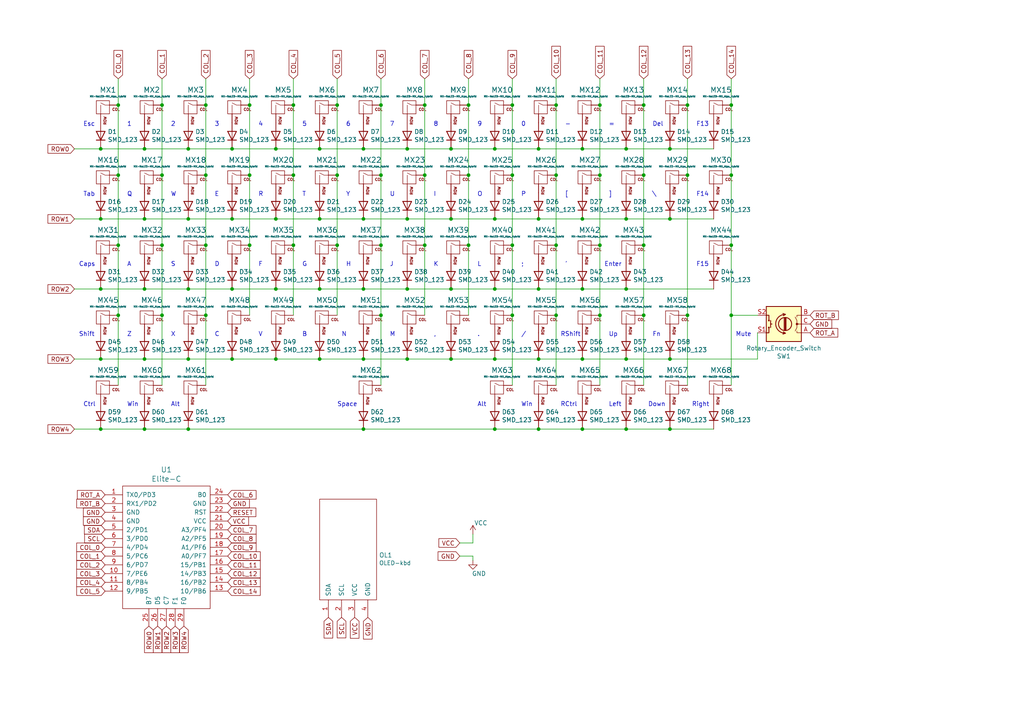
<source format=kicad_sch>
(kicad_sch (version 20211123) (generator eeschema)
  (paper "A4")
  (junction (at 34.29 50.8))
  (junction (at 173.99 71.12))
  (junction (at 186.69 91.44))
  (junction (at 80.01 63.5))
  (junction (at 46.99 30.48))
  (junction (at 41.91 63.5))
  (junction (at 148.59 30.48))
  (junction (at 148.59 50.8))
  (junction (at 130.81 83.82))
  (junction (at 97.79 30.48))
  (junction (at 59.69 50.8))
  (junction (at 148.59 71.12))
  (junction (at 105.41 104.14))
  (junction (at 135.89 50.8))
  (junction (at 41.91 124.46))
  (junction (at 143.51 63.5))
  (junction (at 72.39 30.48))
  (junction (at 156.21 124.46))
  (junction (at 186.69 50.8))
  (junction (at 118.11 104.14))
  (junction (at 181.61 104.14))
  (junction (at 194.31 124.46))
  (junction (at 194.31 63.5))
  (junction (at 173.99 91.44))
  (junction (at 123.19 50.8))
  (junction (at 29.21 124.46))
  (junction (at 135.89 30.48))
  (junction (at 118.11 43.18))
  (junction (at 110.49 30.48))
  (junction (at 212.09 50.8))
  (junction (at 194.31 104.14))
  (junction (at 181.61 83.82))
  (junction (at 130.81 63.5))
  (junction (at 29.21 63.5))
  (junction (at 181.61 63.5))
  (junction (at 161.29 30.48))
  (junction (at 181.61 43.18))
  (junction (at 173.99 50.8))
  (junction (at 212.09 91.44))
  (junction (at 41.91 43.18))
  (junction (at 80.01 104.14))
  (junction (at 168.91 43.18))
  (junction (at 67.31 63.5))
  (junction (at 199.39 30.48))
  (junction (at 59.69 71.12))
  (junction (at 110.49 71.12))
  (junction (at 54.61 104.14))
  (junction (at 148.59 91.44))
  (junction (at 135.89 71.12))
  (junction (at 46.99 71.12))
  (junction (at 168.91 63.5))
  (junction (at 92.71 104.14))
  (junction (at 72.39 50.8))
  (junction (at 34.29 71.12))
  (junction (at 168.91 124.46))
  (junction (at 54.61 83.82))
  (junction (at 110.49 50.8))
  (junction (at 85.09 30.48))
  (junction (at 161.29 71.12))
  (junction (at 67.31 83.82))
  (junction (at 118.11 83.82))
  (junction (at 67.31 43.18))
  (junction (at 92.71 83.82))
  (junction (at 105.41 63.5))
  (junction (at 186.69 30.48))
  (junction (at 85.09 71.12))
  (junction (at 123.19 71.12))
  (junction (at 130.81 43.18))
  (junction (at 156.21 63.5))
  (junction (at 199.39 91.44))
  (junction (at 72.39 71.12))
  (junction (at 54.61 124.46))
  (junction (at 212.09 30.48))
  (junction (at 156.21 83.82))
  (junction (at 199.39 50.8))
  (junction (at 92.71 43.18))
  (junction (at 54.61 63.5))
  (junction (at 110.49 91.44))
  (junction (at 118.11 63.5))
  (junction (at 105.41 124.46))
  (junction (at 29.21 83.82))
  (junction (at 143.51 43.18))
  (junction (at 181.61 124.46))
  (junction (at 123.19 30.48))
  (junction (at 41.91 104.14))
  (junction (at 97.79 71.12))
  (junction (at 168.91 104.14))
  (junction (at 80.01 83.82))
  (junction (at 156.21 104.14))
  (junction (at 34.29 91.44))
  (junction (at 46.99 50.8))
  (junction (at 194.31 43.18))
  (junction (at 67.31 104.14))
  (junction (at 161.29 91.44))
  (junction (at 173.99 30.48))
  (junction (at 105.41 43.18))
  (junction (at 34.29 30.48))
  (junction (at 156.21 43.18))
  (junction (at 130.81 104.14))
  (junction (at 168.91 83.82))
  (junction (at 161.29 50.8))
  (junction (at 80.01 43.18))
  (junction (at 143.51 83.82))
  (junction (at 29.21 104.14))
  (junction (at 143.51 124.46))
  (junction (at 85.09 50.8))
  (junction (at 92.71 63.5))
  (junction (at 29.21 43.18))
  (junction (at 186.69 71.12))
  (junction (at 59.69 30.48))
  (junction (at 212.09 71.12))
  (junction (at 105.41 83.82))
  (junction (at 54.61 43.18))
  (junction (at 41.91 83.82))
  (junction (at 143.51 104.14))
  (junction (at 46.99 91.44))
  (junction (at 59.69 91.44))
  (junction (at 97.79 50.8))
  (wire (pts (xy 143.51 104.14) (xy 156.21 104.14)))
  (wire (pts (xy 161.29 30.48) (xy 161.29 22.86)))
  (wire (pts (xy 135.89 30.48) (xy 135.89 22.86)))
  (wire (pts (xy 67.31 83.82) (xy 80.01 83.82)))
  (wire (pts (xy 97.79 71.12) (xy 97.79 91.44)))
  (wire (pts (xy 92.71 43.18) (xy 105.41 43.18)))
  (wire (pts (xy 59.69 30.48) (xy 59.69 22.86)))
  (wire (pts (xy 72.39 30.48) (xy 72.39 50.8)))
  (wire (pts (xy 123.19 30.48) (xy 123.19 22.86)))
  (wire (pts (xy 97.79 30.48) (xy 97.79 22.86)))
  (wire (pts (xy 137.16 157.48) (xy 137.16 154.94)))
  (wire (pts (xy 110.49 91.44) (xy 110.49 111.76)))
  (wire (pts (xy 186.69 30.48) (xy 186.69 22.86)))
  (wire (pts (xy 181.61 63.5) (xy 168.91 63.5)))
  (wire (pts (xy 135.89 91.44) (xy 135.89 71.12)))
  (wire (pts (xy 34.29 30.48) (xy 34.29 50.8)))
  (wire (pts (xy 148.59 50.8) (xy 148.59 71.12)))
  (wire (pts (xy 186.69 91.44) (xy 186.69 71.12)))
  (wire (pts (xy 85.09 50.8) (xy 85.09 30.48)))
  (wire (pts (xy 143.51 63.5) (xy 130.81 63.5)))
  (wire (pts (xy 173.99 50.8) (xy 173.99 71.12)))
  (wire (pts (xy 156.21 43.18) (xy 168.91 43.18)))
  (wire (pts (xy 130.81 43.18) (xy 143.51 43.18)))
  (wire (pts (xy 85.09 71.12) (xy 85.09 50.8)))
  (wire (pts (xy 173.99 30.48) (xy 173.99 22.86)))
  (wire (pts (xy 72.39 71.12) (xy 72.39 91.44)))
  (wire (pts (xy 29.21 83.82) (xy 41.91 83.82)))
  (wire (pts (xy 46.99 91.44) (xy 46.99 111.76)))
  (wire (pts (xy 54.61 124.46) (xy 105.41 124.46)))
  (wire (pts (xy 194.31 124.46) (xy 207.01 124.46)))
  (wire (pts (xy 80.01 43.18) (xy 92.71 43.18)))
  (wire (pts (xy 212.09 30.48) (xy 212.09 22.86)))
  (wire (pts (xy 29.21 124.46) (xy 41.91 124.46)))
  (wire (pts (xy 207.01 63.5) (xy 194.31 63.5)))
  (wire (pts (xy 29.21 43.18) (xy 21.59 43.18)))
  (wire (pts (xy 212.09 91.44) (xy 219.71 91.44)))
  (wire (pts (xy 46.99 30.48) (xy 46.99 22.86)))
  (wire (pts (xy 168.91 83.82) (xy 181.61 83.82)))
  (wire (pts (xy 92.71 83.82) (xy 105.41 83.82)))
  (wire (pts (xy 29.21 83.82) (xy 21.59 83.82)))
  (wire (pts (xy 67.31 104.14) (xy 80.01 104.14)))
  (wire (pts (xy 212.09 71.12) (xy 212.09 91.44)))
  (wire (pts (xy 168.91 43.18) (xy 181.61 43.18)))
  (wire (pts (xy 156.21 63.5) (xy 143.51 63.5)))
  (wire (pts (xy 194.31 104.14) (xy 219.71 104.14)))
  (wire (pts (xy 29.21 104.14) (xy 41.91 104.14)))
  (wire (pts (xy 29.21 104.14) (xy 21.59 104.14)))
  (wire (pts (xy 72.39 30.48) (xy 72.39 22.86)))
  (wire (pts (xy 186.69 50.8) (xy 186.69 30.48)))
  (wire (pts (xy 41.91 83.82) (xy 54.61 83.82)))
  (wire (pts (xy 199.39 91.44) (xy 199.39 111.76)))
  (wire (pts (xy 54.61 43.18) (xy 67.31 43.18)))
  (wire (pts (xy 110.49 30.48) (xy 110.49 22.86)))
  (wire (pts (xy 41.91 63.5) (xy 29.21 63.5)))
  (wire (pts (xy 181.61 104.14) (xy 194.31 104.14)))
  (wire (pts (xy 34.29 30.48) (xy 34.29 22.86)))
  (wire (pts (xy 148.59 30.48) (xy 148.59 22.86)))
  (wire (pts (xy 148.59 71.12) (xy 148.59 91.44)))
  (wire (pts (xy 54.61 104.14) (xy 67.31 104.14)))
  (wire (pts (xy 29.21 43.18) (xy 41.91 43.18)))
  (wire (pts (xy 212.09 50.8) (xy 212.09 30.48)))
  (wire (pts (xy 85.09 91.44) (xy 85.09 71.12)))
  (wire (pts (xy 199.39 50.8) (xy 199.39 91.44)))
  (wire (pts (xy 212.09 91.44) (xy 212.09 111.76)))
  (wire (pts (xy 41.91 124.46) (xy 54.61 124.46)))
  (wire (pts (xy 118.11 43.18) (xy 130.81 43.18)))
  (wire (pts (xy 168.91 124.46) (xy 181.61 124.46)))
  (wire (pts (xy 29.21 63.5) (xy 21.59 63.5)))
  (wire (pts (xy 148.59 91.44) (xy 148.59 111.76)))
  (wire (pts (xy 156.21 124.46) (xy 168.91 124.46)))
  (wire (pts (xy 110.49 50.8) (xy 110.49 30.48)))
  (wire (pts (xy 59.69 71.12) (xy 59.69 50.8)))
  (wire (pts (xy 41.91 104.14) (xy 54.61 104.14)))
  (wire (pts (xy 105.41 83.82) (xy 118.11 83.82)))
  (wire (pts (xy 123.19 50.8) (xy 123.19 71.12)))
  (wire (pts (xy 194.31 43.18) (xy 207.01 43.18)))
  (wire (pts (xy 46.99 30.48) (xy 46.99 50.8)))
  (wire (pts (xy 59.69 50.8) (xy 59.69 30.48)))
  (wire (pts (xy 118.11 63.5) (xy 105.41 63.5)))
  (wire (pts (xy 156.21 104.14) (xy 168.91 104.14)))
  (wire (pts (xy 105.41 63.5) (xy 92.71 63.5)))
  (wire (pts (xy 133.35 161.29) (xy 137.16 161.29)))
  (wire (pts (xy 219.71 104.14) (xy 219.71 96.52)))
  (wire (pts (xy 110.49 71.12) (xy 110.49 50.8)))
  (wire (pts (xy 34.29 71.12) (xy 34.29 91.44)))
  (wire (pts (xy 59.69 91.44) (xy 59.69 71.12)))
  (wire (pts (xy 80.01 104.14) (xy 92.71 104.14)))
  (wire (pts (xy 54.61 63.5) (xy 41.91 63.5)))
  (wire (pts (xy 135.89 50.8) (xy 135.89 30.48)))
  (wire (pts (xy 168.91 63.5) (xy 156.21 63.5)))
  (wire (pts (xy 105.41 124.46) (xy 143.51 124.46)))
  (wire (pts (xy 34.29 91.44) (xy 34.29 111.76)))
  (wire (pts (xy 173.99 71.12) (xy 173.99 91.44)))
  (wire (pts (xy 181.61 124.46) (xy 194.31 124.46)))
  (wire (pts (xy 130.81 83.82) (xy 143.51 83.82)))
  (wire (pts (xy 137.16 161.29) (xy 137.16 162.56)))
  (wire (pts (xy 105.41 43.18) (xy 118.11 43.18)))
  (wire (pts (xy 118.11 104.14) (xy 130.81 104.14)))
  (wire (pts (xy 173.99 91.44) (xy 173.99 111.76)))
  (wire (pts (xy 135.89 71.12) (xy 135.89 50.8)))
  (wire (pts (xy 194.31 63.5) (xy 181.61 63.5)))
  (wire (pts (xy 123.19 30.48) (xy 123.19 50.8)))
  (wire (pts (xy 41.91 43.18) (xy 54.61 43.18)))
  (wire (pts (xy 92.71 63.5) (xy 80.01 63.5)))
  (wire (pts (xy 173.99 30.48) (xy 173.99 50.8)))
  (wire (pts (xy 199.39 30.48) (xy 199.39 50.8)))
  (wire (pts (xy 143.51 83.82) (xy 156.21 83.82)))
  (wire (pts (xy 199.39 30.48) (xy 199.39 22.86)))
  (wire (pts (xy 186.69 111.76) (xy 186.69 91.44)))
  (wire (pts (xy 186.69 71.12) (xy 186.69 50.8)))
  (wire (pts (xy 161.29 50.8) (xy 161.29 30.48)))
  (wire (pts (xy 110.49 91.44) (xy 110.49 71.12)))
  (wire (pts (xy 123.19 71.12) (xy 123.19 91.44)))
  (wire (pts (xy 67.31 63.5) (xy 54.61 63.5)))
  (wire (pts (xy 168.91 104.14) (xy 181.61 104.14)))
  (wire (pts (xy 156.21 83.82) (xy 168.91 83.82)))
  (wire (pts (xy 46.99 50.8) (xy 46.99 71.12)))
  (wire (pts (xy 212.09 50.8) (xy 212.09 71.12)))
  (wire (pts (xy 80.01 83.82) (xy 92.71 83.82)))
  (wire (pts (xy 148.59 30.48) (xy 148.59 50.8)))
  (wire (pts (xy 34.29 50.8) (xy 34.29 71.12)))
  (wire (pts (xy 29.21 124.46) (xy 21.59 124.46)))
  (wire (pts (xy 181.61 43.18) (xy 194.31 43.18)))
  (wire (pts (xy 118.11 83.82) (xy 130.81 83.82)))
  (wire (pts (xy 161.29 111.76) (xy 161.29 91.44)))
  (wire (pts (xy 161.29 91.44) (xy 161.29 71.12)))
  (wire (pts (xy 97.79 50.8) (xy 97.79 71.12)))
  (wire (pts (xy 143.51 124.46) (xy 156.21 124.46)))
  (wire (pts (xy 67.31 43.18) (xy 80.01 43.18)))
  (wire (pts (xy 85.09 30.48) (xy 85.09 22.86)))
  (wire (pts (xy 133.35 157.48) (xy 137.16 157.48)))
  (wire (pts (xy 130.81 63.5) (xy 118.11 63.5)))
  (wire (pts (xy 97.79 30.48) (xy 97.79 50.8)))
  (wire (pts (xy 59.69 111.76) (xy 59.69 91.44)))
  (wire (pts (xy 130.81 104.14) (xy 143.51 104.14)))
  (wire (pts (xy 105.41 104.14) (xy 118.11 104.14)))
  (wire (pts (xy 181.61 83.82) (xy 207.01 83.82)))
  (wire (pts (xy 72.39 50.8) (xy 72.39 71.12)))
  (wire (pts (xy 80.01 63.5) (xy 67.31 63.5)))
  (wire (pts (xy 161.29 71.12) (xy 161.29 50.8)))
  (wire (pts (xy 46.99 71.12) (xy 46.99 91.44)))
  (wire (pts (xy 54.61 83.82) (xy 67.31 83.82)))
  (wire (pts (xy 143.51 43.18) (xy 156.21 43.18)))
  (wire (pts (xy 92.71 104.14) (xy 105.41 104.14)))
  (text "X" (at 49.53 97.79 0) (effects (font (size 1.27 1.27)) (justify left bottom)))
  (text "V" (at 74.93 97.79 0) (effects (font (size 1.27 1.27)) (justify left bottom)))
  (text "Fn" (at 189.23 97.79 0) (effects (font (size 1.27 1.27)) (justify left bottom)))
  (text "8" (at 125.73 36.83 0) (effects (font (size 1.27 1.27)) (justify left bottom)))
  (text "Left" (at 176.53 118.11 0) (effects (font (size 1.27 1.27)) (justify left bottom)))
  (text "Del" (at 189.23 36.83 0) (effects (font (size 1.27 1.27)) (justify left bottom)))
  (text "Space" (at 97.79 118.11 0) (effects (font (size 1.27 1.27)) (justify left bottom)))
  (text "Enter" (at 175.26 77.47 0) (effects (font (size 1.27 1.27)) (justify left bottom)))
  (text "\\" (at 189.23 57.15 0) (effects (font (size 1.27 1.27)) (justify left bottom)))
  (text "Alt" (at 49.53 118.11 0) (effects (font (size 1.27 1.27)) (justify left bottom)))
  (text "RCtrl" (at 162.56 118.11 0) (effects (font (size 1.27 1.27)) (justify left bottom)))
  (text "=" (at 176.53 36.83 0) (effects (font (size 1.27 1.27)) (justify left bottom)))
  (text "N" (at 99.06 97.79 0) (effects (font (size 1.27 1.27)) (justify left bottom)))
  (text "1" (at 36.83 36.83 0) (effects (font (size 1.27 1.27)) (justify left bottom)))
  (text "F" (at 74.93 77.47 0) (effects (font (size 1.27 1.27)) (justify left bottom)))
  (text "D" (at 62.23 77.47 0) (effects (font (size 1.27 1.27)) (justify left bottom)))
  (text "[" (at 163.83 57.15 0) (effects (font (size 1.27 1.27)) (justify left bottom)))
  (text "Up" (at 176.53 97.79 0) (effects (font (size 1.27 1.27)) (justify left bottom)))
  (text "W" (at 49.53 57.15 0) (effects (font (size 1.27 1.27)) (justify left bottom)))
  (text "E" (at 62.23 57.15 0) (effects (font (size 1.27 1.27)) (justify left bottom)))
  (text "Mute" (at 213.36 97.79 0) (effects (font (size 1.27 1.27)) (justify left bottom)))
  (text "Ctrl" (at 24.13 118.11 0) (effects (font (size 1.27 1.27)) (justify left bottom)))
  (text "T" (at 87.63 57.15 0) (effects (font (size 1.27 1.27)) (justify left bottom)))
  (text "Caps" (at 22.86 77.47 0) (effects (font (size 1.27 1.27)) (justify left bottom)))
  (text "'" (at 163.83 77.47 0) (effects (font (size 1.27 1.27)) (justify left bottom)))
  (text "0" (at 151.13 36.83 0) (effects (font (size 1.27 1.27)) (justify left bottom)))
  (text "." (at 138.43 97.79 0) (effects (font (size 1.27 1.27)) (justify left bottom)))
  (text "]" (at 176.53 57.15 0) (effects (font (size 1.27 1.27)) (justify left bottom)))
  (text "U" (at 113.03 57.15 0) (effects (font (size 1.27 1.27)) (justify left bottom)))
  (text "Shift" (at 22.86 97.79 0) (effects (font (size 1.27 1.27)) (justify left bottom)))
  (text "H" (at 100.33 77.47 0) (effects (font (size 1.27 1.27)) (justify left bottom)))
  (text "7" (at 113.03 36.83 0) (effects (font (size 1.27 1.27)) (justify left bottom)))
  (text "3" (at 62.23 36.83 0) (effects (font (size 1.27 1.27)) (justify left bottom)))
  (text "6" (at 100.33 36.83 0) (effects (font (size 1.27 1.27)) (justify left bottom)))
  (text "R" (at 74.93 57.15 0) (effects (font (size 1.27 1.27)) (justify left bottom)))
  (text "O" (at 138.43 57.15 0) (effects (font (size 1.27 1.27)) (justify left bottom)))
  (text "S" (at 49.53 77.47 0) (effects (font (size 1.27 1.27)) (justify left bottom)))
  (text "," (at 125.73 97.79 0) (effects (font (size 1.27 1.27)) (justify left bottom)))
  (text "P" (at 151.13 57.15 0) (effects (font (size 1.27 1.27)) (justify left bottom)))
  (text "G" (at 87.63 77.47 0) (effects (font (size 1.27 1.27)) (justify left bottom)))
  (text "F13" (at 201.93 36.83 0) (effects (font (size 1.27 1.27)) (justify left bottom)))
  (text "K" (at 125.73 77.47 0) (effects (font (size 1.27 1.27)) (justify left bottom)))
  (text "Down" (at 187.96 118.11 0) (effects (font (size 1.27 1.27)) (justify left bottom)))
  (text "Esc" (at 24.13 36.83 0) (effects (font (size 1.27 1.27)) (justify left bottom)))
  (text "F14" (at 201.93 57.15 0) (effects (font (size 1.27 1.27)) (justify left bottom)))
  (text "A" (at 36.83 77.47 0) (effects (font (size 1.27 1.27)) (justify left bottom)))
  (text "Y" (at 100.33 57.15 0) (effects (font (size 1.27 1.27)) (justify left bottom)))
  (text "9" (at 138.43 36.83 0) (effects (font (size 1.27 1.27)) (justify left bottom)))
  (text "Win" (at 151.13 118.11 0) (effects (font (size 1.27 1.27)) (justify left bottom)))
  (text "4" (at 74.93 36.83 0) (effects (font (size 1.27 1.27)) (justify left bottom)))
  (text "F15" (at 201.93 77.47 0) (effects (font (size 1.27 1.27)) (justify left bottom)))
  (text "M" (at 113.03 97.79 0) (effects (font (size 1.27 1.27)) (justify left bottom)))
  (text "Win" (at 36.83 118.11 0) (effects (font (size 1.27 1.27)) (justify left bottom)))
  (text "I" (at 125.73 57.15 0) (effects (font (size 1.27 1.27)) (justify left bottom)))
  (text "J" (at 113.03 77.47 0) (effects (font (size 1.27 1.27)) (justify left bottom)))
  (text "5" (at 87.63 36.83 0) (effects (font (size 1.27 1.27)) (justify left bottom)))
  (text ";" (at 151.13 77.47 0) (effects (font (size 1.27 1.27)) (justify left bottom)))
  (text "RShift\n" (at 162.56 97.79 0) (effects (font (size 1.27 1.27)) (justify left bottom)))
  (text "L" (at 138.43 77.47 0) (effects (font (size 1.27 1.27)) (justify left bottom)))
  (text "Tab" (at 24.13 57.15 0) (effects (font (size 1.27 1.27)) (justify left bottom)))
  (text "2" (at 49.53 36.83 0) (effects (font (size 1.27 1.27)) (justify left bottom)))
  (text "Right" (at 200.66 118.11 0) (effects (font (size 1.27 1.27)) (justify left bottom)))
  (text "-" (at 163.83 36.83 0) (effects (font (size 1.27 1.27)) (justify left bottom)))
  (text "C" (at 62.23 97.79 0) (effects (font (size 1.27 1.27)) (justify left bottom)))
  (text "Q" (at 36.83 57.15 0) (effects (font (size 1.27 1.27)) (justify left bottom)))
  (text "B" (at 87.63 97.79 0) (effects (font (size 1.27 1.27)) (justify left bottom)))
  (text "Z" (at 36.83 97.79 0) (effects (font (size 1.27 1.27)) (justify left bottom)))
  (text "Alt" (at 138.43 118.11 0) (effects (font (size 1.27 1.27)) (justify left bottom)))
  (text "/" (at 151.13 97.79 0) (effects (font (size 1.27 1.27)) (justify left bottom)))
  (global_label "COL_10" (shape input) (at 161.29 22.86 90) (property "Intersheet References" "${INTERSHEET_REFS}" (effects hide)))
  (global_label "GND" (shape input) (at 30.48 151.13 180) (property "Intersheet References" "${INTERSHEET_REFS}" (effects hide)))
  (global_label "ROW0" (shape input) (at 43.18 181.61 270) (property "Intersheet References" "${INTERSHEET_REFS}" (effects hide)))
  (global_label "SCL" (shape input) (at 99.06 179.07 270) (property "Intersheet References" "${INTERSHEET_REFS}" (effects hide)))
  (global_label "ROT_B" (shape input) (at 234.95 91.44 0) (property "Intersheet References" "${INTERSHEET_REFS}" (effects hide)))
  (global_label "COL_5" (shape input) (at 30.48 171.45 180) (property "Intersheet References" "${INTERSHEET_REFS}" (effects hide)))
  (global_label "SDA" (shape input) (at 95.25 179.07 270) (property "Intersheet References" "${INTERSHEET_REFS}" (effects hide)))
  (global_label "GND" (shape input) (at 234.95 93.98 0) (property "Intersheet References" "${INTERSHEET_REFS}" (effects hide)))
  (global_label "COL_3" (shape input) (at 72.39 22.86 90) (property "Intersheet References" "${INTERSHEET_REFS}" (effects hide)))
  (global_label "VCC" (shape input) (at 102.87 179.07 270) (property "Intersheet References" "${INTERSHEET_REFS}" (effects hide)))
  (global_label "COL_11" (shape input) (at 66.04 163.83 0) (property "Intersheet References" "${INTERSHEET_REFS}" (effects hide)))
  (global_label "COL_12" (shape input) (at 66.04 166.37 0) (property "Intersheet References" "${INTERSHEET_REFS}" (effects hide)))
  (global_label "COL_5" (shape input) (at 97.79 22.86 90) (property "Intersheet References" "${INTERSHEET_REFS}" (effects hide)))
  (global_label "COL_0" (shape input) (at 30.48 158.75 180) (property "Intersheet References" "${INTERSHEET_REFS}" (effects hide)))
  (global_label "ROT_B" (shape input) (at 30.48 146.05 180) (property "Intersheet References" "${INTERSHEET_REFS}" (effects hide)))
  (global_label "COL_9" (shape input) (at 66.04 158.75 0) (property "Intersheet References" "${INTERSHEET_REFS}" (effects hide)))
  (global_label "SCL" (shape input) (at 30.48 156.21 180) (property "Intersheet References" "${INTERSHEET_REFS}" (effects hide)))
  (global_label "COL_4" (shape input) (at 85.09 22.86 90) (property "Intersheet References" "${INTERSHEET_REFS}" (effects hide)))
  (global_label "COL_7" (shape input) (at 123.19 22.86 90) (property "Intersheet References" "${INTERSHEET_REFS}" (effects hide)))
  (global_label "COL_6" (shape input) (at 110.49 22.86 90) (property "Intersheet References" "${INTERSHEET_REFS}" (effects hide)))
  (global_label "ROW4" (shape input) (at 21.59 124.46 180) (property "Intersheet References" "${INTERSHEET_REFS}" (effects hide)))
  (global_label "ROW1" (shape input) (at 21.59 63.5 180) (property "Intersheet References" "${INTERSHEET_REFS}" (effects hide)))
  (global_label "COL_13" (shape input) (at 66.04 168.91 0) (property "Intersheet References" "${INTERSHEET_REFS}" (effects hide)))
  (global_label "GND" (shape input) (at 66.04 146.05 0) (property "Intersheet References" "${INTERSHEET_REFS}" (effects hide)))
  (global_label "COL_1" (shape input) (at 30.48 161.29 180) (property "Intersheet References" "${INTERSHEET_REFS}" (effects hide)))
  (global_label "COL_12" (shape input) (at 186.69 22.86 90) (property "Intersheet References" "${INTERSHEET_REFS}" (effects hide)))
  (global_label "COL_11" (shape input) (at 173.99 22.86 90) (property "Intersheet References" "${INTERSHEET_REFS}" (effects hide)))
  (global_label "ROW4" (shape input) (at 53.34 181.61 270) (property "Intersheet References" "${INTERSHEET_REFS}" (effects hide)))
  (global_label "VCC" (shape input) (at 66.04 151.13 0) (property "Intersheet References" "${INTERSHEET_REFS}" (effects hide)))
  (global_label "COL_7" (shape input) (at 66.04 153.67 0) (property "Intersheet References" "${INTERSHEET_REFS}" (effects hide)))
  (global_label "ROW2" (shape input) (at 21.59 83.82 180) (property "Intersheet References" "${INTERSHEET_REFS}" (effects hide)))
  (global_label "COL_3" (shape input) (at 30.48 166.37 180) (property "Intersheet References" "${INTERSHEET_REFS}" (effects hide)))
  (global_label "ROW0" (shape input) (at 21.59 43.18 180) (property "Intersheet References" "${INTERSHEET_REFS}" (effects hide)))
  (global_label "ROT_A" (shape input) (at 30.48 143.51 180) (property "Intersheet References" "${INTERSHEET_REFS}" (effects hide)))
  (global_label "COL_4" (shape input) (at 30.48 168.91 180) (property "Intersheet References" "${INTERSHEET_REFS}" (effects hide)))
  (global_label "GND" (shape input) (at 133.35 161.29 180) (property "Intersheet References" "${INTERSHEET_REFS}" (effects hide)))
  (global_label "ROW2" (shape input) (at 48.26 181.61 270) (property "Intersheet References" "${INTERSHEET_REFS}" (effects hide)))
  (global_label "ROW3" (shape input) (at 21.59 104.14 180) (property "Intersheet References" "${INTERSHEET_REFS}" (effects hide)))
  (global_label "COL_8" (shape input) (at 66.04 156.21 0) (property "Intersheet References" "${INTERSHEET_REFS}" (effects hide)))
  (global_label "COL_13" (shape input) (at 199.39 22.86 90) (property "Intersheet References" "${INTERSHEET_REFS}" (effects hide)))
  (global_label "COL_2" (shape input) (at 30.48 163.83 180) (property "Intersheet References" "${INTERSHEET_REFS}" (effects hide)))
  (global_label "COL_2" (shape input) (at 59.69 22.86 90) (property "Intersheet References" "${INTERSHEET_REFS}" (effects hide)))
  (global_label "RESET" (shape input) (at 66.04 148.59 0) (property "Intersheet References" "${INTERSHEET_REFS}" (effects hide)))
  (global_label "COL_14" (shape input) (at 66.04 171.45 0) (property "Intersheet References" "${INTERSHEET_REFS}" (effects hide)))
  (global_label "GND" (shape input) (at 30.48 148.59 180) (property "Intersheet References" "${INTERSHEET_REFS}" (effects hide)))
  (global_label "SDA" (shape input) (at 30.48 153.67 180) (property "Intersheet References" "${INTERSHEET_REFS}" (effects hide)))
  (global_label "VCC" (shape input) (at 133.35 157.48 180) (property "Intersheet References" "${INTERSHEET_REFS}" (effects hide)))
  (global_label "COL_9" (shape input) (at 148.59 22.86 90) (property "Intersheet References" "${INTERSHEET_REFS}" (effects hide)))
  (global_label "COL_0" (shape input) (at 34.29 22.86 90) (property "Intersheet References" "${INTERSHEET_REFS}" (effects hide)))
  (global_label "COL_10" (shape input) (at 66.04 161.29 0) (property "Intersheet References" "${INTERSHEET_REFS}" (effects hide)))
  (global_label "ROW3" (shape input) (at 50.8 181.61 270) (property "Intersheet References" "${INTERSHEET_REFS}" (effects hide)))
  (global_label "ROT_A" (shape input) (at 234.95 96.52 0) (property "Intersheet References" "${INTERSHEET_REFS}" (effects hide)))
  (global_label "COL_6" (shape input) (at 66.04 143.51 0) (property "Intersheet References" "${INTERSHEET_REFS}" (effects hide)))
  (global_label "ROW1" (shape input) (at 45.72 181.61 270) (property "Intersheet References" "${INTERSHEET_REFS}" (effects hide)))
  (global_label "COL_1" (shape input) (at 46.99 22.86 90) (property "Intersheet References" "${INTERSHEET_REFS}" (effects hide)))
  (global_label "COL_14" (shape input) (at 212.09 22.86 90) (property "Intersheet References" "${INTERSHEET_REFS}" (effects hide)))
  (global_label "COL_8" (shape input) (at 135.89 22.86 90) (property "Intersheet References" "${INTERSHEET_REFS}" (effects hide)))
  (global_label "GND" (shape input) (at 106.68 179.07 270) (property "Intersheet References" "${INTERSHEET_REFS}" (effects hide)))
  (symbol (lib_id "kaluza-rescue:Elite-C-keebio") (at 48.26 157.48 0) (unit 1)
    (property "Reference" "U1" (at 48.26 136.2202 0) (effects (font (size 1.524 1.524))))
    (property "Value" "Elite-C" (at 48.26 138.9126 0) (effects (font (size 1.524 1.524))))
    (property "Footprint" "Keebio Parts:Elite-C-ZigZag" (effects hide))
  )
  (symbol (lib_id "kaluza-rescue:Rotary_Encoder_Switch-Device") (at 227.33 93.98 180) (unit 1)
    (property "Reference" "SW1" (at 227.33 103.3018 0))
    (property "Value" "Rotary_Encoder_Switch" (at 227.33 100.9904 0))
    (property "Footprint" "Keebio Parts:RotaryEncoder_Alps_EC11E-Switch_Vertical_H20mm" (effects hide))
  )
  (symbol (lib_id "kaluza-rescue:OLED-kbd-KeyboardMasterList") (at 101.6 160.02 90) (unit 1)
    (property "Reference" "OL1" (at 109.9312 161.0106 90) (effects (font (size 1.2954 1.2954)) (justify right)))
    (property "Value" "OLED-kbd" (at 109.9312 163.2966 90) (effects (font (size 1.1938 1.1938)) (justify right)))
    (property "Footprint" "Keyboard Master List:OLED" (effects hide))
  )
  (symbol (lib_id "kaluza-rescue:MX-NoLED-MX_Alps_Hybrid-KeyboardMasterList") (at 30.48 31.75 0) (unit 1)
    (property "Reference" "MX1" (at 31.3182 26.0858 0) (effects (font (size 1.524 1.524))))
    (property "Value" "MX-NoLED-MX_Alps_Hybrid" (at 31.3182 27.9654 0) (effects (font (size 0.508 0.508))))
    (property "Footprint" "Keyboard Master List:MX-1U" (effects hide))
  )
  (symbol (lib_id "kaluza-rescue:MX-NoLED-MX_Alps_Hybrid-KeyboardMasterList") (at 30.48 52.07 0) (unit 1)
    (property "Reference" "MX16" (at 31.3182 46.4058 0) (effects (font (size 1.524 1.524))))
    (property "Value" "MX-NoLED-MX_Alps_Hybrid" (at 31.3182 48.2854 0) (effects (font (size 0.508 0.508))))
    (property "Footprint" "Keyboard Master List:MX-1.5U" (effects hide))
  )
  (symbol (lib_id "kaluza-rescue:MX-NoLED-MX_Alps_Hybrid-KeyboardMasterList") (at 43.18 31.75 0) (unit 1)
    (property "Reference" "MX2" (at 44.0182 26.0858 0) (effects (font (size 1.524 1.524))))
    (property "Value" "MX-NoLED-MX_Alps_Hybrid" (at 44.0182 27.9654 0) (effects (font (size 0.508 0.508))))
    (property "Footprint" "Keyboard Master List:MX-1U" (effects hide))
  )
  (symbol (lib_id "kaluza-rescue:MX-NoLED-MX_Alps_Hybrid-KeyboardMasterList") (at 43.18 52.07 0) (unit 1)
    (property "Reference" "MX17" (at 44.0182 46.4058 0) (effects (font (size 1.524 1.524))))
    (property "Value" "MX-NoLED-MX_Alps_Hybrid" (at 44.0182 48.2854 0) (effects (font (size 0.508 0.508))))
    (property "Footprint" "Keyboard Master List:MX-1U" (effects hide))
  )
  (symbol (lib_id "kaluza-rescue:MX-NoLED-MX_Alps_Hybrid-KeyboardMasterList") (at 30.48 72.39 0) (unit 1)
    (property "Reference" "MX31" (at 31.3182 66.7258 0) (effects (font (size 1.524 1.524))))
    (property "Value" "MX-NoLED-MX_Alps_Hybrid" (at 31.3182 68.6054 0) (effects (font (size 0.508 0.508))))
    (property "Footprint" "Keyboard Master List:MX-1.75U" (effects hide))
  )
  (symbol (lib_id "kaluza-rescue:MX-NoLED-MX_Alps_Hybrid-KeyboardMasterList") (at 30.48 92.71 0) (unit 1)
    (property "Reference" "MX45" (at 31.3182 87.0458 0) (effects (font (size 1.524 1.524))))
    (property "Value" "MX-NoLED-MX_Alps_Hybrid" (at 31.3182 88.9254 0) (effects (font (size 0.508 0.508))))
    (property "Footprint" "Keyboard Master List:MX-2.25U" (effects hide))
  )
  (symbol (lib_id "kaluza-rescue:MX-NoLED-MX_Alps_Hybrid-KeyboardMasterList") (at 43.18 72.39 0) (unit 1)
    (property "Reference" "MX32" (at 44.0182 66.7258 0) (effects (font (size 1.524 1.524))))
    (property "Value" "MX-NoLED-MX_Alps_Hybrid" (at 44.0182 68.6054 0) (effects (font (size 0.508 0.508))))
    (property "Footprint" "Keyboard Master List:MX-1U" (effects hide))
  )
  (symbol (lib_id "kaluza-rescue:MX-NoLED-MX_Alps_Hybrid-KeyboardMasterList") (at 43.18 92.71 0) (unit 1)
    (property "Reference" "MX46" (at 44.0182 87.0458 0) (effects (font (size 1.524 1.524))))
    (property "Value" "MX-NoLED-MX_Alps_Hybrid" (at 44.0182 88.9254 0) (effects (font (size 0.508 0.508))))
    (property "Footprint" "Keyboard Master List:MX-1U" (effects hide))
  )
  (symbol (lib_id "kaluza-rescue:MX-NoLED-MX_Alps_Hybrid-KeyboardMasterList") (at 30.48 113.03 0) (unit 1)
    (property "Reference" "MX59" (at 31.3182 107.3658 0) (effects (font (size 1.524 1.524))))
    (property "Value" "MX-NoLED-MX_Alps_Hybrid" (at 31.3182 109.2454 0) (effects (font (size 0.508 0.508))))
    (property "Footprint" "Keyboard Master List:MX-1.25U" (effects hide))
  )
  (symbol (lib_id "kaluza-rescue:MX-NoLED-MX_Alps_Hybrid-KeyboardMasterList") (at 43.18 113.03 0) (unit 1)
    (property "Reference" "MX60" (at 44.0182 107.3658 0) (effects (font (size 1.524 1.524))))
    (property "Value" "MX-NoLED-MX_Alps_Hybrid" (at 44.0182 109.2454 0) (effects (font (size 0.508 0.508))))
    (property "Footprint" "Keyboard Master List:MX-1.25U" (effects hide))
  )
  (symbol (lib_id "kaluza-rescue:MX-NoLED-MX_Alps_Hybrid-KeyboardMasterList") (at 55.88 52.07 0) (unit 1)
    (property "Reference" "MX18" (at 56.7182 46.4058 0) (effects (font (size 1.524 1.524))))
    (property "Value" "MX-NoLED-MX_Alps_Hybrid" (at 56.7182 48.2854 0) (effects (font (size 0.508 0.508))))
    (property "Footprint" "Keyboard Master List:MX-1U" (effects hide))
  )
  (symbol (lib_id "kaluza-rescue:MX-NoLED-MX_Alps_Hybrid-KeyboardMasterList") (at 68.58 31.75 0) (unit 1)
    (property "Reference" "MX4" (at 69.4182 26.0858 0) (effects (font (size 1.524 1.524))))
    (property "Value" "MX-NoLED-MX_Alps_Hybrid" (at 69.4182 27.9654 0) (effects (font (size 0.508 0.508))))
    (property "Footprint" "Keyboard Master List:MX-1U" (effects hide))
  )
  (symbol (lib_id "kaluza-rescue:MX-NoLED-MX_Alps_Hybrid-KeyboardMasterList") (at 68.58 52.07 0) (unit 1)
    (property "Reference" "MX19" (at 69.4182 46.4058 0) (effects (font (size 1.524 1.524))))
    (property "Value" "MX-NoLED-MX_Alps_Hybrid" (at 69.4182 48.2854 0) (effects (font (size 0.508 0.508))))
    (property "Footprint" "Keyboard Master List:MX-1U" (effects hide))
  )
  (symbol (lib_id "kaluza-rescue:MX-NoLED-MX_Alps_Hybrid-KeyboardMasterList") (at 55.88 72.39 0) (unit 1)
    (property "Reference" "MX33" (at 56.7182 66.7258 0) (effects (font (size 1.524 1.524))))
    (property "Value" "MX-NoLED-MX_Alps_Hybrid" (at 56.7182 68.6054 0) (effects (font (size 0.508 0.508))))
    (property "Footprint" "Keyboard Master List:MX-1U" (effects hide))
  )
  (symbol (lib_id "kaluza-rescue:MX-NoLED-MX_Alps_Hybrid-KeyboardMasterList") (at 55.88 92.71 0) (unit 1)
    (property "Reference" "MX47" (at 56.7182 87.0458 0) (effects (font (size 1.524 1.524))))
    (property "Value" "MX-NoLED-MX_Alps_Hybrid" (at 56.7182 88.9254 0) (effects (font (size 0.508 0.508))))
    (property "Footprint" "Keyboard Master List:MX-1U" (effects hide))
  )
  (symbol (lib_id "kaluza-rescue:MX-NoLED-MX_Alps_Hybrid-KeyboardMasterList") (at 68.58 72.39 0) (unit 1)
    (property "Reference" "MX34" (at 69.4182 66.7258 0) (effects (font (size 1.524 1.524))))
    (property "Value" "MX-NoLED-MX_Alps_Hybrid" (at 69.4182 68.6054 0) (effects (font (size 0.508 0.508))))
    (property "Footprint" "Keyboard Master List:MX-1U" (effects hide))
  )
  (symbol (lib_id "kaluza-rescue:MX-NoLED-MX_Alps_Hybrid-KeyboardMasterList") (at 68.58 92.71 0) (unit 1)
    (property "Reference" "MX48" (at 69.4182 87.0458 0) (effects (font (size 1.524 1.524))))
    (property "Value" "MX-NoLED-MX_Alps_Hybrid" (at 69.4182 88.9254 0) (effects (font (size 0.508 0.508))))
    (property "Footprint" "Keyboard Master List:MX-1U" (effects hide))
  )
  (symbol (lib_id "kaluza-rescue:MX-NoLED-MX_Alps_Hybrid-KeyboardMasterList") (at 55.88 113.03 0) (unit 1)
    (property "Reference" "MX61" (at 56.7182 107.3658 0) (effects (font (size 1.524 1.524))))
    (property "Value" "MX-NoLED-MX_Alps_Hybrid" (at 56.7182 109.2454 0) (effects (font (size 0.508 0.508))))
    (property "Footprint" "Keyboard Master List:MX-1.25U" (effects hide))
  )
  (symbol (lib_id "kaluza-rescue:MX-NoLED-MX_Alps_Hybrid-KeyboardMasterList") (at 55.88 31.75 0) (unit 1)
    (property "Reference" "MX3" (at 56.7182 26.0858 0) (effects (font (size 1.524 1.524))))
    (property "Value" "MX-NoLED-MX_Alps_Hybrid" (at 56.7182 27.9654 0) (effects (font (size 0.508 0.508))))
    (property "Footprint" "Keyboard Master List:MX-1U" (effects hide))
  )
  (symbol (lib_id "kaluza-rescue:MX-NoLED-MX_Alps_Hybrid-KeyboardMasterList") (at 81.28 52.07 0) (unit 1)
    (property "Reference" "MX20" (at 82.1182 46.4058 0) (effects (font (size 1.524 1.524))))
    (property "Value" "MX-NoLED-MX_Alps_Hybrid" (at 82.1182 48.2854 0) (effects (font (size 0.508 0.508))))
    (property "Footprint" "Keyboard Master List:MX-1U" (effects hide))
  )
  (symbol (lib_id "kaluza-rescue:MX-NoLED-MX_Alps_Hybrid-KeyboardMasterList") (at 93.98 31.75 0) (unit 1)
    (property "Reference" "MX6" (at 94.8182 26.0858 0) (effects (font (size 1.524 1.524))))
    (property "Value" "MX-NoLED-MX_Alps_Hybrid" (at 94.8182 27.9654 0) (effects (font (size 0.508 0.508))))
    (property "Footprint" "Keyboard Master List:MX-1U" (effects hide))
  )
  (symbol (lib_id "kaluza-rescue:MX-NoLED-MX_Alps_Hybrid-KeyboardMasterList") (at 93.98 52.07 0) (unit 1)
    (property "Reference" "MX21" (at 94.8182 46.4058 0) (effects (font (size 1.524 1.524))))
    (property "Value" "MX-NoLED-MX_Alps_Hybrid" (at 94.8182 48.2854 0) (effects (font (size 0.508 0.508))))
    (property "Footprint" "Keyboard Master List:MX-1U" (effects hide))
  )
  (symbol (lib_id "kaluza-rescue:MX-NoLED-MX_Alps_Hybrid-KeyboardMasterList") (at 81.28 72.39 0) (unit 1)
    (property "Reference" "MX35" (at 82.1182 66.7258 0) (effects (font (size 1.524 1.524))))
    (property "Value" "MX-NoLED-MX_Alps_Hybrid" (at 82.1182 68.6054 0) (effects (font (size 0.508 0.508))))
    (property "Footprint" "Keyboard Master List:MX-1U" (effects hide))
  )
  (symbol (lib_id "kaluza-rescue:MX-NoLED-MX_Alps_Hybrid-KeyboardMasterList") (at 81.28 92.71 0) (unit 1)
    (property "Reference" "MX49" (at 82.1182 87.0458 0) (effects (font (size 1.524 1.524))))
    (property "Value" "MX-NoLED-MX_Alps_Hybrid" (at 82.1182 88.9254 0) (effects (font (size 0.508 0.508))))
    (property "Footprint" "Keyboard Master List:MX-1U" (effects hide))
  )
  (symbol (lib_id "kaluza-rescue:MX-NoLED-MX_Alps_Hybrid-KeyboardMasterList") (at 93.98 72.39 0) (unit 1)
    (property "Reference" "MX36" (at 94.8182 66.7258 0) (effects (font (size 1.524 1.524))))
    (property "Value" "MX-NoLED-MX_Alps_Hybrid" (at 94.8182 68.6054 0) (effects (font (size 0.508 0.508))))
    (property "Footprint" "Keyboard Master List:MX-1U" (effects hide))
  )
  (symbol (lib_id "kaluza-rescue:MX-NoLED-MX_Alps_Hybrid-KeyboardMasterList") (at 93.98 92.71 0) (unit 1)
    (property "Reference" "MX50" (at 94.8182 87.0458 0) (effects (font (size 1.524 1.524))))
    (property "Value" "MX-NoLED-MX_Alps_Hybrid" (at 94.8182 88.9254 0) (effects (font (size 0.508 0.508))))
    (property "Footprint" "Keyboard Master List:MX-1U" (effects hide))
  )
  (symbol (lib_id "kaluza-rescue:MX-NoLED-MX_Alps_Hybrid-KeyboardMasterList") (at 81.28 31.75 0) (unit 1)
    (property "Reference" "MX5" (at 82.1182 26.0858 0) (effects (font (size 1.524 1.524))))
    (property "Value" "MX-NoLED-MX_Alps_Hybrid" (at 82.1182 27.9654 0) (effects (font (size 0.508 0.508))))
    (property "Footprint" "Keyboard Master List:MX-1U" (effects hide))
  )
  (symbol (lib_id "kaluza-rescue:MX-NoLED-MX_Alps_Hybrid-KeyboardMasterList") (at 106.68 52.07 0) (unit 1)
    (property "Reference" "MX22" (at 107.5182 46.4058 0) (effects (font (size 1.524 1.524))))
    (property "Value" "MX-NoLED-MX_Alps_Hybrid" (at 107.5182 48.2854 0) (effects (font (size 0.508 0.508))))
    (property "Footprint" "Keyboard Master List:MX-1U" (effects hide))
  )
  (symbol (lib_id "kaluza-rescue:MX-NoLED-MX_Alps_Hybrid-KeyboardMasterList") (at 119.38 31.75 0) (unit 1)
    (property "Reference" "MX8" (at 120.2182 26.0858 0) (effects (font (size 1.524 1.524))))
    (property "Value" "MX-NoLED-MX_Alps_Hybrid" (at 120.2182 27.9654 0) (effects (font (size 0.508 0.508))))
    (property "Footprint" "Keyboard Master List:MX-1U" (effects hide))
  )
  (symbol (lib_id "kaluza-rescue:MX-NoLED-MX_Alps_Hybrid-KeyboardMasterList") (at 119.38 52.07 0) (unit 1)
    (property "Reference" "MX23" (at 120.2182 46.4058 0) (effects (font (size 1.524 1.524))))
    (property "Value" "MX-NoLED-MX_Alps_Hybrid" (at 120.2182 48.2854 0) (effects (font (size 0.508 0.508))))
    (property "Footprint" "Keyboard Master List:MX-1U" (effects hide))
  )
  (symbol (lib_id "kaluza-rescue:MX-NoLED-MX_Alps_Hybrid-KeyboardMasterList") (at 106.68 72.39 0) (unit 1)
    (property "Reference" "MX37" (at 107.5182 66.7258 0) (effects (font (size 1.524 1.524))))
    (property "Value" "MX-NoLED-MX_Alps_Hybrid" (at 107.5182 68.6054 0) (effects (font (size 0.508 0.508))))
    (property "Footprint" "Keyboard Master List:MX-1U" (effects hide))
  )
  (symbol (lib_id "kaluza-rescue:MX-NoLED-MX_Alps_Hybrid-KeyboardMasterList") (at 106.68 92.71 0) (unit 1)
    (property "Reference" "MX51" (at 107.5182 87.0458 0) (effects (font (size 1.524 1.524))))
    (property "Value" "MX-NoLED-MX_Alps_Hybrid" (at 107.5182 88.9254 0) (effects (font (size 0.508 0.508))))
    (property "Footprint" "Keyboard Master List:MX-1U" (effects hide))
  )
  (symbol (lib_id "kaluza-rescue:MX-NoLED-MX_Alps_Hybrid-KeyboardMasterList") (at 119.38 72.39 0) (unit 1)
    (property "Reference" "MX38" (at 120.2182 66.7258 0) (effects (font (size 1.524 1.524))))
    (property "Value" "MX-NoLED-MX_Alps_Hybrid" (at 120.2182 68.6054 0) (effects (font (size 0.508 0.508))))
    (property "Footprint" "Keyboard Master List:MX-1U" (effects hide))
  )
  (symbol (lib_id "kaluza-rescue:MX-NoLED-MX_Alps_Hybrid-KeyboardMasterList") (at 119.38 92.71 0) (unit 1)
    (property "Reference" "MX52" (at 120.2182 87.0458 0) (effects (font (size 1.524 1.524))))
    (property "Value" "MX-NoLED-MX_Alps_Hybrid" (at 120.2182 88.9254 0) (effects (font (size 0.508 0.508))))
    (property "Footprint" "Keyboard Master List:MX-1U" (effects hide))
  )
  (symbol (lib_id "kaluza-rescue:MX-NoLED-MX_Alps_Hybrid-KeyboardMasterList") (at 106.68 113.03 0) (unit 1)
    (property "Reference" "MX62" (at 107.5182 107.3658 0) (effects (font (size 1.524 1.524))))
    (property "Value" "MX-NoLED-MX_Alps_Hybrid" (at 107.5182 109.2454 0) (effects (font (size 0.508 0.508))))
    (property "Footprint" "Keyboard Master List:MX-6.25U" (effects hide))
  )
  (symbol (lib_id "kaluza-rescue:MX-NoLED-MX_Alps_Hybrid-KeyboardMasterList") (at 106.68 31.75 0) (unit 1)
    (property "Reference" "MX7" (at 107.5182 26.0858 0) (effects (font (size 1.524 1.524))))
    (property "Value" "MX-NoLED-MX_Alps_Hybrid" (at 107.5182 27.9654 0) (effects (font (size 0.508 0.508))))
    (property "Footprint" "Keyboard Master List:MX-1U" (effects hide))
  )
  (symbol (lib_id "kaluza-rescue:MX-NoLED-MX_Alps_Hybrid-KeyboardMasterList") (at 132.08 52.07 0) (unit 1)
    (property "Reference" "MX24" (at 132.9182 46.4058 0) (effects (font (size 1.524 1.524))))
    (property "Value" "MX-NoLED-MX_Alps_Hybrid" (at 132.9182 48.2854 0) (effects (font (size 0.508 0.508))))
    (property "Footprint" "Keyboard Master List:MX-1U" (effects hide))
  )
  (symbol (lib_id "kaluza-rescue:MX-NoLED-MX_Alps_Hybrid-KeyboardMasterList") (at 144.78 31.75 0) (unit 1)
    (property "Reference" "MX10" (at 145.6182 26.0858 0) (effects (font (size 1.524 1.524))))
    (property "Value" "MX-NoLED-MX_Alps_Hybrid" (at 145.6182 27.9654 0) (effects (font (size 0.508 0.508))))
    (property "Footprint" "Keyboard Master List:MX-1U" (effects hide))
  )
  (symbol (lib_id "kaluza-rescue:MX-NoLED-MX_Alps_Hybrid-KeyboardMasterList") (at 144.78 52.07 0) (unit 1)
    (property "Reference" "MX25" (at 145.6182 46.4058 0) (effects (font (size 1.524 1.524))))
    (property "Value" "MX-NoLED-MX_Alps_Hybrid" (at 145.6182 48.2854 0) (effects (font (size 0.508 0.508))))
    (property "Footprint" "Keyboard Master List:MX-1U" (effects hide))
  )
  (symbol (lib_id "kaluza-rescue:MX-NoLED-MX_Alps_Hybrid-KeyboardMasterList") (at 132.08 72.39 0) (unit 1)
    (property "Reference" "MX39" (at 132.9182 66.7258 0) (effects (font (size 1.524 1.524))))
    (property "Value" "MX-NoLED-MX_Alps_Hybrid" (at 132.9182 68.6054 0) (effects (font (size 0.508 0.508))))
    (property "Footprint" "Keyboard Master List:MX-1U" (effects hide))
  )
  (symbol (lib_id "kaluza-rescue:MX-NoLED-MX_Alps_Hybrid-KeyboardMasterList") (at 132.08 92.71 0) (unit 1)
    (property "Reference" "MX53" (at 132.9182 87.0458 0) (effects (font (size 1.524 1.524))))
    (property "Value" "MX-NoLED-MX_Alps_Hybrid" (at 132.9182 88.9254 0) (effects (font (size 0.508 0.508))))
    (property "Footprint" "Keyboard Master List:MX-1U" (effects hide))
  )
  (symbol (lib_id "kaluza-rescue:MX-NoLED-MX_Alps_Hybrid-KeyboardMasterList") (at 144.78 72.39 0) (unit 1)
    (property "Reference" "MX40" (at 145.6182 66.7258 0) (effects (font (size 1.524 1.524))))
    (property "Value" "MX-NoLED-MX_Alps_Hybrid" (at 145.6182 68.6054 0) (effects (font (size 0.508 0.508))))
    (property "Footprint" "Keyboard Master List:MX-1U" (effects hide))
  )
  (symbol (lib_id "kaluza-rescue:MX-NoLED-MX_Alps_Hybrid-KeyboardMasterList") (at 144.78 92.71 0) (unit 1)
    (property "Reference" "MX54" (at 145.6182 87.0458 0) (effects (font (size 1.524 1.524))))
    (property "Value" "MX-NoLED-MX_Alps_Hybrid" (at 145.6182 88.9254 0) (effects (font (size 0.508 0.508))))
    (property "Footprint" "Keyboard Master List:MX-1U" (effects hide))
  )
  (symbol (lib_id "kaluza-rescue:MX-NoLED-MX_Alps_Hybrid-KeyboardMasterList") (at 144.78 113.03 0) (unit 1)
    (property "Reference" "MX63" (at 145.6182 107.3658 0) (effects (font (size 1.524 1.524))))
    (property "Value" "MX-NoLED-MX_Alps_Hybrid" (at 145.6182 109.2454 0) (effects (font (size 0.508 0.508))))
    (property "Footprint" "Keyboard Master List:MX-1U" (effects hide))
  )
  (symbol (lib_id "kaluza-rescue:MX-NoLED-MX_Alps_Hybrid-KeyboardMasterList") (at 132.08 31.75 0) (unit 1)
    (property "Reference" "MX9" (at 132.9182 26.0858 0) (effects (font (size 1.524 1.524))))
    (property "Value" "MX-NoLED-MX_Alps_Hybrid" (at 132.9182 27.9654 0) (effects (font (size 0.508 0.508))))
    (property "Footprint" "Keyboard Master List:MX-1U" (effects hide))
  )
  (symbol (lib_id "kaluza-rescue:MX-NoLED-MX_Alps_Hybrid-KeyboardMasterList") (at 157.48 52.07 0) (unit 1)
    (property "Reference" "MX26" (at 158.3182 46.4058 0) (effects (font (size 1.524 1.524))))
    (property "Value" "MX-NoLED-MX_Alps_Hybrid" (at 158.3182 48.2854 0) (effects (font (size 0.508 0.508))))
    (property "Footprint" "Keyboard Master List:MX-1U" (effects hide))
  )
  (symbol (lib_id "kaluza-rescue:MX-NoLED-MX_Alps_Hybrid-KeyboardMasterList") (at 170.18 31.75 0) (unit 1)
    (property "Reference" "MX12" (at 171.0182 26.0858 0) (effects (font (size 1.524 1.524))))
    (property "Value" "MX-NoLED-MX_Alps_Hybrid" (at 171.0182 27.9654 0) (effects (font (size 0.508 0.508))))
    (property "Footprint" "Keyboard Master List:MX-1U" (effects hide))
  )
  (symbol (lib_id "kaluza-rescue:MX-NoLED-MX_Alps_Hybrid-KeyboardMasterList") (at 170.18 52.07 0) (unit 1)
    (property "Reference" "MX27" (at 171.0182 46.4058 0) (effects (font (size 1.524 1.524))))
    (property "Value" "MX-NoLED-MX_Alps_Hybrid" (at 171.0182 48.2854 0) (effects (font (size 0.508 0.508))))
    (property "Footprint" "Keyboard Master List:MX-1U" (effects hide))
  )
  (symbol (lib_id "kaluza-rescue:MX-NoLED-MX_Alps_Hybrid-KeyboardMasterList") (at 157.48 72.39 0) (unit 1)
    (property "Reference" "MX41" (at 158.3182 66.7258 0) (effects (font (size 1.524 1.524))))
    (property "Value" "MX-NoLED-MX_Alps_Hybrid" (at 158.3182 68.6054 0) (effects (font (size 0.508 0.508))))
    (property "Footprint" "Keyboard Master List:MX-1U" (effects hide))
  )
  (symbol (lib_id "kaluza-rescue:MX-NoLED-MX_Alps_Hybrid-KeyboardMasterList") (at 157.48 92.71 0) (unit 1)
    (property "Reference" "MX55" (at 158.3182 87.0458 0) (effects (font (size 1.524 1.524))))
    (property "Value" "MX-NoLED-MX_Alps_Hybrid" (at 158.3182 88.9254 0) (effects (font (size 0.508 0.508))))
    (property "Footprint" "Keyboard Master List:MX-1U" (effects hide))
  )
  (symbol (lib_id "kaluza-rescue:MX-NoLED-MX_Alps_Hybrid-KeyboardMasterList") (at 170.18 72.39 0) (unit 1)
    (property "Reference" "MX42" (at 171.0182 66.7258 0) (effects (font (size 1.524 1.524))))
    (property "Value" "MX-NoLED-MX_Alps_Hybrid" (at 171.0182 68.6054 0) (effects (font (size 0.508 0.508))))
    (property "Footprint" "Keyboard Master List:MX-1U" (effects hide))
  )
  (symbol (lib_id "kaluza-rescue:MX-NoLED-MX_Alps_Hybrid-KeyboardMasterList") (at 170.18 92.71 0) (unit 1)
    (property "Reference" "MX56" (at 171.0182 87.0458 0) (effects (font (size 1.524 1.524))))
    (property "Value" "MX-NoLED-MX_Alps_Hybrid" (at 171.0182 88.9254 0) (effects (font (size 0.508 0.508))))
    (property "Footprint" "Keyboard Master List:MX-1.75U" (effects hide))
  )
  (symbol (lib_id "kaluza-rescue:MX-NoLED-MX_Alps_Hybrid-KeyboardMasterList") (at 157.48 113.03 0) (unit 1)
    (property "Reference" "MX64" (at 158.3182 107.3658 0) (effects (font (size 1.524 1.524))))
    (property "Value" "MX-NoLED-MX_Alps_Hybrid" (at 158.3182 109.2454 0) (effects (font (size 0.508 0.508))))
    (property "Footprint" "Keyboard Master List:MX-1U" (effects hide))
  )
  (symbol (lib_id "kaluza-rescue:MX-NoLED-MX_Alps_Hybrid-KeyboardMasterList") (at 170.18 113.03 0) (unit 1)
    (property "Reference" "MX65" (at 171.0182 107.3658 0) (effects (font (size 1.524 1.524))))
    (property "Value" "MX-NoLED-MX_Alps_Hybrid" (at 171.0182 109.2454 0) (effects (font (size 0.508 0.508))))
    (property "Footprint" "Keyboard Master List:MX-1U" (effects hide))
  )
  (symbol (lib_id "kaluza-rescue:MX-NoLED-MX_Alps_Hybrid-KeyboardMasterList") (at 157.48 31.75 0) (unit 1)
    (property "Reference" "MX11" (at 158.3182 26.0858 0) (effects (font (size 1.524 1.524))))
    (property "Value" "MX-NoLED-MX_Alps_Hybrid" (at 158.3182 27.9654 0) (effects (font (size 0.508 0.508))))
    (property "Footprint" "Keyboard Master List:MX-1U" (effects hide))
  )
  (symbol (lib_id "kaluza-rescue:MX-NoLED-MX_Alps_Hybrid-KeyboardMasterList") (at 182.88 52.07 0) (unit 1)
    (property "Reference" "MX28" (at 183.7182 46.4058 0) (effects (font (size 1.524 1.524))))
    (property "Value" "MX-NoLED-MX_Alps_Hybrid" (at 183.7182 48.2854 0) (effects (font (size 0.508 0.508))))
    (property "Footprint" "Keyboard Master List:MX-1U" (effects hide))
  )
  (symbol (lib_id "kaluza-rescue:MX-NoLED-MX_Alps_Hybrid-KeyboardMasterList") (at 195.58 31.75 0) (unit 1)
    (property "Reference" "MX14" (at 196.4182 26.0858 0) (effects (font (size 1.524 1.524))))
    (property "Value" "MX-NoLED-MX_Alps_Hybrid" (at 196.4182 27.9654 0) (effects (font (size 0.508 0.508))))
    (property "Footprint" "Keyboard Master List:MX-2U" (effects hide))
  )
  (symbol (lib_id "kaluza-rescue:MX-NoLED-MX_Alps_Hybrid-KeyboardMasterList") (at 195.58 52.07 0) (unit 1)
    (property "Reference" "MX29" (at 196.4182 46.4058 0) (effects (font (size 1.524 1.524))))
    (property "Value" "MX-NoLED-MX_Alps_Hybrid" (at 196.4182 48.2854 0) (effects (font (size 0.508 0.508))))
    (property "Footprint" "Keyboard Master List:MX-1.5U" (effects hide))
  )
  (symbol (lib_id "kaluza-rescue:MX-NoLED-MX_Alps_Hybrid-KeyboardMasterList") (at 182.88 72.39 0) (unit 1)
    (property "Reference" "MX43" (at 183.7182 66.7258 0) (effects (font (size 1.524 1.524))))
    (property "Value" "MX-NoLED-MX_Alps_Hybrid" (at 183.7182 68.6054 0) (effects (font (size 0.508 0.508))))
    (property "Footprint" "Keyboard Master List:MX-2.25U" (effects hide))
  )
  (symbol (lib_id "kaluza-rescue:MX-NoLED-MX_Alps_Hybrid-KeyboardMasterList") (at 182.88 92.71 0) (unit 1)
    (property "Reference" "MX57" (at 183.7182 87.0458 0) (effects (font (size 1.524 1.524))))
    (property "Value" "MX-NoLED-MX_Alps_Hybrid" (at 183.7182 88.9254 0) (effects (font (size 0.508 0.508))))
    (property "Footprint" "Keyboard Master List:MX-1U" (effects hide))
  )
  (symbol (lib_id "kaluza-rescue:MX-NoLED-MX_Alps_Hybrid-KeyboardMasterList") (at 195.58 92.71 0) (unit 1)
    (property "Reference" "MX58" (at 196.4182 87.0458 0) (effects (font (size 1.524 1.524))))
    (property "Value" "MX-NoLED-MX_Alps_Hybrid" (at 196.4182 88.9254 0) (effects (font (size 0.508 0.508))))
    (property "Footprint" "Keyboard Master List:MX-1U" (effects hide))
  )
  (symbol (lib_id "kaluza-rescue:MX-NoLED-MX_Alps_Hybrid-KeyboardMasterList") (at 182.88 113.03 0) (unit 1)
    (property "Reference" "MX66" (at 183.7182 107.3658 0) (effects (font (size 1.524 1.524))))
    (property "Value" "MX-NoLED-MX_Alps_Hybrid" (at 183.7182 109.2454 0) (effects (font (size 0.508 0.508))))
    (property "Footprint" "Keyboard Master List:MX-1U" (effects hide))
  )
  (symbol (lib_id "kaluza-rescue:MX-NoLED-MX_Alps_Hybrid-KeyboardMasterList") (at 195.58 113.03 0) (unit 1)
    (property "Reference" "MX67" (at 196.4182 107.3658 0) (effects (font (size 1.524 1.524))))
    (property "Value" "MX-NoLED-MX_Alps_Hybrid" (at 196.4182 109.2454 0) (effects (font (size 0.508 0.508))))
    (property "Footprint" "Keyboard Master List:MX-1U" (effects hide))
  )
  (symbol (lib_id "kaluza-rescue:MX-NoLED-MX_Alps_Hybrid-KeyboardMasterList") (at 182.88 31.75 0) (unit 1)
    (property "Reference" "MX13" (at 183.7182 26.0858 0) (effects (font (size 1.524 1.524))))
    (property "Value" "MX-NoLED-MX_Alps_Hybrid" (at 183.7182 27.9654 0) (effects (font (size 0.508 0.508))))
    (property "Footprint" "Keyboard Master List:MX-1U" (effects hide))
  )
  (symbol (lib_id "kaluza-rescue:MX-NoLED-MX_Alps_Hybrid-KeyboardMasterList") (at 208.28 52.07 0) (unit 1)
    (property "Reference" "MX30" (at 209.1182 46.4058 0) (effects (font (size 1.524 1.524))))
    (property "Value" "MX-NoLED-MX_Alps_Hybrid" (at 209.1182 48.2854 0) (effects (font (size 0.508 0.508))))
    (property "Footprint" "Keyboard Master List:MX-1U" (effects hide))
  )
  (symbol (lib_id "kaluza-rescue:MX-NoLED-MX_Alps_Hybrid-KeyboardMasterList") (at 208.28 113.03 0) (unit 1)
    (property "Reference" "MX68" (at 209.1182 107.3658 0) (effects (font (size 1.524 1.524))))
    (property "Value" "MX-NoLED-MX_Alps_Hybrid" (at 209.1182 109.2454 0) (effects (font (size 0.508 0.508))))
    (property "Footprint" "Keyboard Master List:MX-1U" (effects hide))
  )
  (symbol (lib_id "kaluza-rescue:MX-NoLED-MX_Alps_Hybrid-KeyboardMasterList") (at 208.28 31.75 0) (unit 1)
    (property "Reference" "MX15" (at 209.1182 26.0858 0) (effects (font (size 1.524 1.524))))
    (property "Value" "MX-NoLED-MX_Alps_Hybrid" (at 209.1182 27.9654 0) (effects (font (size 0.508 0.508))))
    (property "Footprint" "Keyboard Master List:MX-1U" (effects hide))
  )
  (symbol (lib_id "Device:D") (at 29.21 39.37 90) (unit 1)
    (property "Reference" "D1" (at 31.242 38.2016 90) (effects (justify right)))
    (property "Value" "SMD_123" (at 31.242 40.513 90) (effects (justify right)))
    (property "Footprint" "Keebio Parts:Diode-Hybrid-Back" (effects hide))
  )
  (symbol (lib_id "Device:D") (at 41.91 39.37 90) (unit 1)
    (property "Reference" "D2" (at 43.942 38.2016 90) (effects (justify right)))
    (property "Value" "SMD_123" (at 43.942 40.513 90) (effects (justify right)))
    (property "Footprint" "Keebio Parts:Diode-Hybrid-Back" (effects hide))
  )
  (symbol (lib_id "Device:D") (at 54.61 39.37 90) (unit 1)
    (property "Reference" "D3" (at 56.642 38.2016 90) (effects (justify right)))
    (property "Value" "SMD_123" (at 56.642 40.513 90) (effects (justify right)))
    (property "Footprint" "Keebio Parts:Diode-Hybrid-Back" (effects hide))
  )
  (symbol (lib_id "Device:D") (at 67.31 39.37 90) (unit 1)
    (property "Reference" "D4" (at 69.342 38.2016 90) (effects (justify right)))
    (property "Value" "SMD_123" (at 69.342 40.513 90) (effects (justify right)))
    (property "Footprint" "Keebio Parts:Diode-Hybrid-Back" (effects hide))
  )
  (symbol (lib_id "Device:D") (at 80.01 39.37 90) (unit 1)
    (property "Reference" "D5" (at 82.042 38.2016 90) (effects (justify right)))
    (property "Value" "SMD_123" (at 82.042 40.513 90) (effects (justify right)))
    (property "Footprint" "Keebio Parts:Diode-Hybrid-Back" (effects hide))
  )
  (symbol (lib_id "Device:D") (at 92.71 39.37 90) (unit 1)
    (property "Reference" "D6" (at 94.742 38.2016 90) (effects (justify right)))
    (property "Value" "SMD_123" (at 94.742 40.513 90) (effects (justify right)))
    (property "Footprint" "Keebio Parts:Diode-Hybrid-Back" (effects hide))
  )
  (symbol (lib_id "Device:D") (at 105.41 39.37 90) (unit 1)
    (property "Reference" "D7" (at 107.442 38.2016 90) (effects (justify right)))
    (property "Value" "SMD_123" (at 107.442 40.513 90) (effects (justify right)))
    (property "Footprint" "Keebio Parts:Diode-Hybrid-Back" (effects hide))
  )
  (symbol (lib_id "Device:D") (at 118.11 39.37 90) (unit 1)
    (property "Reference" "D8" (at 120.142 38.2016 90) (effects (justify right)))
    (property "Value" "SMD_123" (at 120.142 40.513 90) (effects (justify right)))
    (property "Footprint" "Keebio Parts:Diode-Hybrid-Back" (effects hide))
  )
  (symbol (lib_id "Device:D") (at 130.81 39.37 90) (unit 1)
    (property "Reference" "D9" (at 132.842 38.2016 90) (effects (justify right)))
    (property "Value" "SMD_123" (at 132.842 40.513 90) (effects (justify right)))
    (property "Footprint" "Keebio Parts:Diode-Hybrid-Back" (effects hide))
  )
  (symbol (lib_id "Device:D") (at 143.51 39.37 90) (unit 1)
    (property "Reference" "D10" (at 145.542 38.2016 90) (effects (justify right)))
    (property "Value" "SMD_123" (at 145.542 40.513 90) (effects (justify right)))
    (property "Footprint" "Keebio Parts:Diode-Hybrid-Back" (effects hide))
  )
  (symbol (lib_id "Device:D") (at 156.21 39.37 90) (unit 1)
    (property "Reference" "D11" (at 158.242 38.2016 90) (effects (justify right)))
    (property "Value" "SMD_123" (at 158.242 40.513 90) (effects (justify right)))
    (property "Footprint" "Keebio Parts:Diode-Hybrid-Back" (effects hide))
  )
  (symbol (lib_id "Device:D") (at 168.91 39.37 90) (unit 1)
    (property "Reference" "D12" (at 170.942 38.2016 90) (effects (justify right)))
    (property "Value" "SMD_123" (at 170.942 40.513 90) (effects (justify right)))
    (property "Footprint" "Keebio Parts:Diode-Hybrid-Back" (effects hide))
  )
  (symbol (lib_id "Device:D") (at 181.61 39.37 90) (unit 1)
    (property "Reference" "D13" (at 183.642 38.2016 90) (effects (justify right)))
    (property "Value" "SMD_123" (at 183.642 40.513 90) (effects (justify right)))
    (property "Footprint" "Keebio Parts:Diode-Hybrid-Back" (effects hide))
  )
  (symbol (lib_id "Device:D") (at 194.31 39.37 90) (unit 1)
    (property "Reference" "D14" (at 196.342 38.2016 90) (effects (justify right)))
    (property "Value" "SMD_123" (at 196.342 40.513 90) (effects (justify right)))
    (property "Footprint" "Keebio Parts:Diode-Hybrid-Back" (effects hide))
  )
  (symbol (lib_id "Device:D") (at 207.01 39.37 90) (unit 1)
    (property "Reference" "D15" (at 209.042 38.2016 90) (effects (justify right)))
    (property "Value" "SMD_123" (at 209.042 40.513 90) (effects (justify right)))
    (property "Footprint" "Keebio Parts:Diode-Hybrid-Back" (effects hide))
  )
  (symbol (lib_id "Device:D") (at 29.21 59.69 90) (unit 1)
    (property "Reference" "D16" (at 31.242 58.5216 90) (effects (justify right)))
    (property "Value" "SMD_123" (at 31.242 60.833 90) (effects (justify right)))
    (property "Footprint" "Keebio Parts:Diode-Hybrid-Back" (effects hide))
  )
  (symbol (lib_id "Device:D") (at 41.91 59.69 90) (unit 1)
    (property "Reference" "D17" (at 43.942 58.5216 90) (effects (justify right)))
    (property "Value" "SMD_123" (at 43.942 60.833 90) (effects (justify right)))
    (property "Footprint" "Keebio Parts:Diode-Hybrid-Back" (effects hide))
  )
  (symbol (lib_id "Device:D") (at 54.61 59.69 90) (unit 1)
    (property "Reference" "D18" (at 56.642 58.5216 90) (effects (justify right)))
    (property "Value" "SMD_123" (at 56.642 60.833 90) (effects (justify right)))
    (property "Footprint" "Keebio Parts:Diode-Hybrid-Back" (effects hide))
  )
  (symbol (lib_id "Device:D") (at 67.31 59.69 90) (unit 1)
    (property "Reference" "D19" (at 69.342 58.5216 90) (effects (justify right)))
    (property "Value" "SMD_123" (at 69.342 60.833 90) (effects (justify right)))
    (property "Footprint" "Keebio Parts:Diode-Hybrid-Back" (effects hide))
  )
  (symbol (lib_id "Device:D") (at 80.01 59.69 90) (unit 1)
    (property "Reference" "D20" (at 82.042 58.5216 90) (effects (justify right)))
    (property "Value" "SMD_123" (at 82.042 60.833 90) (effects (justify right)))
    (property "Footprint" "Keebio Parts:Diode-Hybrid-Back" (effects hide))
  )
  (symbol (lib_id "Device:D") (at 92.71 59.69 90) (unit 1)
    (property "Reference" "D21" (at 94.742 58.5216 90) (effects (justify right)))
    (property "Value" "SMD_123" (at 94.742 60.833 90) (effects (justify right)))
    (property "Footprint" "Keebio Parts:Diode-Hybrid-Back" (effects hide))
  )
  (symbol (lib_id "Device:D") (at 105.41 59.69 90) (unit 1)
    (property "Reference" "D22" (at 107.442 58.5216 90) (effects (justify right)))
    (property "Value" "SMD_123" (at 107.442 60.833 90) (effects (justify right)))
    (property "Footprint" "Keebio Parts:Diode-Hybrid-Back" (effects hide))
  )
  (symbol (lib_id "Device:D") (at 118.11 59.69 90) (unit 1)
    (property "Reference" "D23" (at 120.142 58.5216 90) (effects (justify right)))
    (property "Value" "SMD_123" (at 120.142 60.833 90) (effects (justify right)))
    (property "Footprint" "Keebio Parts:Diode-Hybrid-Back" (effects hide))
  )
  (symbol (lib_id "Device:D") (at 130.81 59.69 90) (unit 1)
    (property "Reference" "D24" (at 132.842 58.5216 90) (effects (justify right)))
    (property "Value" "SMD_123" (at 132.842 60.833 90) (effects (justify right)))
    (property "Footprint" "Keebio Parts:Diode-Hybrid-Back" (effects hide))
  )
  (symbol (lib_id "Device:D") (at 143.51 59.69 90) (unit 1)
    (property "Reference" "D25" (at 145.542 58.5216 90) (effects (justify right)))
    (property "Value" "SMD_123" (at 145.542 60.833 90) (effects (justify right)))
    (property "Footprint" "Keebio Parts:Diode-Hybrid-Back" (effects hide))
  )
  (symbol (lib_id "Device:D") (at 156.21 59.69 90) (unit 1)
    (property "Reference" "D26" (at 158.242 58.5216 90) (effects (justify right)))
    (property "Value" "SMD_123" (at 158.242 60.833 90) (effects (justify right)))
    (property "Footprint" "Keebio Parts:Diode-Hybrid-Back" (effects hide))
  )
  (symbol (lib_id "Device:D") (at 168.91 59.69 90) (unit 1)
    (property "Reference" "D27" (at 170.942 58.5216 90) (effects (justify right)))
    (property "Value" "SMD_123" (at 170.942 60.833 90) (effects (justify right)))
    (property "Footprint" "Keebio Parts:Diode-Hybrid-Back" (effects hide))
  )
  (symbol (lib_id "Device:D") (at 181.61 59.69 90) (unit 1)
    (property "Reference" "D28" (at 183.642 58.5216 90) (effects (justify right)))
    (property "Value" "SMD_123" (at 183.642 60.833 90) (effects (justify right)))
    (property "Footprint" "Keebio Parts:Diode-Hybrid-Back" (effects hide))
  )
  (symbol (lib_id "Device:D") (at 194.31 59.69 90) (unit 1)
    (property "Reference" "D29" (at 196.342 58.5216 90) (effects (justify right)))
    (property "Value" "SMD_123" (at 196.342 60.833 90) (effects (justify right)))
    (property "Footprint" "Keebio Parts:Diode-Hybrid-Back" (effects hide))
  )
  (symbol (lib_id "Device:D") (at 207.01 59.69 90) (unit 1)
    (property "Reference" "D30" (at 209.042 58.5216 90) (effects (justify right)))
    (property "Value" "SMD_123" (at 209.042 60.833 90) (effects (justify right)))
    (property "Footprint" "Keebio Parts:Diode-Hybrid-Back" (effects hide))
  )
  (symbol (lib_id "Device:D") (at 29.21 80.01 90) (unit 1)
    (property "Reference" "D31" (at 31.242 78.8416 90) (effects (justify right)))
    (property "Value" "SMD_123" (at 31.242 81.153 90) (effects (justify right)))
    (property "Footprint" "Keebio Parts:Diode-Hybrid-Back" (effects hide))
  )
  (symbol (lib_id "Device:D") (at 41.91 80.01 90) (unit 1)
    (property "Reference" "D32" (at 43.942 78.8416 90) (effects (justify right)))
    (property "Value" "SMD_123" (at 43.942 81.153 90) (effects (justify right)))
    (property "Footprint" "Keebio Parts:Diode-Hybrid-Back" (effects hide))
  )
  (symbol (lib_id "Device:D") (at 54.61 80.01 90) (unit 1)
    (property "Reference" "D33" (at 56.642 78.8416 90) (effects (justify right)))
    (property "Value" "SMD_123" (at 56.642 81.153 90) (effects (justify right)))
    (property "Footprint" "Keebio Parts:Diode-Hybrid-Back" (effects hide))
  )
  (symbol (lib_id "Device:D") (at 67.31 80.01 90) (unit 1)
    (property "Reference" "D34" (at 69.342 78.8416 90) (effects (justify right)))
    (property "Value" "SMD_123" (at 69.342 81.153 90) (effects (justify right)))
    (property "Footprint" "Keebio Parts:Diode-Hybrid-Back" (effects hide))
  )
  (symbol (lib_id "Device:D") (at 80.01 80.01 90) (unit 1)
    (property "Reference" "D35" (at 82.042 78.8416 90) (effects (justify right)))
    (property "Value" "SMD_123" (at 82.042 81.153 90) (effects (justify right)))
    (property "Footprint" "Keebio Parts:Diode-Hybrid-Back" (effects hide))
  )
  (symbol (lib_id "Device:D") (at 92.71 80.01 90) (unit 1)
    (property "Reference" "D36" (at 94.742 78.8416 90) (effects (justify right)))
    (property "Value" "SMD_123" (at 94.742 81.153 90) (effects (justify right)))
    (property "Footprint" "Keebio Parts:Diode-Hybrid-Back" (effects hide))
  )
  (symbol (lib_id "Device:D") (at 105.41 80.01 90) (unit 1)
    (property "Reference" "D37" (at 107.442 78.8416 90) (effects (justify right)))
    (property "Value" "SMD_123" (at 107.442 81.153 90) (effects (justify right)))
    (property "Footprint" "Keebio Parts:Diode-Hybrid-Back" (effects hide))
  )
  (symbol (lib_id "Device:D") (at 118.11 80.01 90) (unit 1)
    (property "Reference" "D38" (at 120.142 78.8416 90) (effects (justify right)))
    (property "Value" "SMD_123" (at 120.142 81.153 90) (effects (justify right)))
    (property "Footprint" "Keebio Parts:Diode-Hybrid-Back" (effects hide))
  )
  (symbol (lib_id "Device:D") (at 130.81 80.01 90) (unit 1)
    (property "Reference" "D39" (at 132.842 78.8416 90) (effects (justify right)))
    (property "Value" "SMD_123" (at 132.842 81.153 90) (effects (justify right)))
    (property "Footprint" "Keebio Parts:Diode-Hybrid-Back" (effects hide))
  )
  (symbol (lib_id "Device:D") (at 143.51 80.01 90) (unit 1)
    (property "Reference" "D40" (at 145.542 78.8416 90) (effects (justify right)))
    (property "Value" "SMD_123" (at 145.542 81.153 90) (effects (justify right)))
    (property "Footprint" "Keebio Parts:Diode-Hybrid-Back" (effects hide))
  )
  (symbol (lib_id "Device:D") (at 156.21 80.01 90) (unit 1)
    (property "Reference" "D41" (at 158.242 78.8416 90) (effects (justify right)))
    (property "Value" "SMD_123" (at 158.242 81.153 90) (effects (justify right)))
    (property "Footprint" "Keebio Parts:Diode-Hybrid-Back" (effects hide))
  )
  (symbol (lib_id "Device:D") (at 168.91 80.01 90) (unit 1)
    (property "Reference" "D42" (at 170.942 78.8416 90) (effects (justify right)))
    (property "Value" "SMD_123" (at 170.942 81.153 90) (effects (justify right)))
    (property "Footprint" "Keebio Parts:Diode-Hybrid-Back" (effects hide))
  )
  (symbol (lib_id "Device:D") (at 181.61 80.01 90) (unit 1)
    (property "Reference" "D43" (at 183.642 78.8416 90) (effects (justify right)))
    (property "Value" "SMD_123" (at 183.642 81.153 90) (effects (justify right)))
    (property "Footprint" "Keebio Parts:Diode-Hybrid-Back" (effects hide))
  )
  (symbol (lib_id "Device:D") (at 29.21 100.33 90) (unit 1)
    (property "Reference" "D45" (at 31.242 99.1616 90) (effects (justify right)))
    (property "Value" "SMD_123" (at 31.242 101.473 90) (effects (justify right)))
    (property "Footprint" "Keebio Parts:Diode-Hybrid-Back" (effects hide))
  )
  (symbol (lib_id "Device:D") (at 41.91 100.33 90) (unit 1)
    (property "Reference" "D46" (at 43.942 99.1616 90) (effects (justify right)))
    (property "Value" "SMD_123" (at 43.942 101.473 90) (effects (justify right)))
    (property "Footprint" "Keebio Parts:Diode-Hybrid-Back" (effects hide))
  )
  (symbol (lib_id "Device:D") (at 54.61 100.33 90) (unit 1)
    (property "Reference" "D47" (at 56.642 99.1616 90) (effects (justify right)))
    (property "Value" "SMD_123" (at 56.642 101.473 90) (effects (justify right)))
    (property "Footprint" "Keebio Parts:Diode-Hybrid-Back" (effects hide))
  )
  (symbol (lib_id "Device:D") (at 67.31 100.33 90) (unit 1)
    (property "Reference" "D48" (at 69.342 99.1616 90) (effects (justify right)))
    (property "Value" "SMD_123" (at 69.342 101.473 90) (effects (justify right)))
    (property "Footprint" "Keebio Parts:Diode-Hybrid-Back" (effects hide))
  )
  (symbol (lib_id "Device:D") (at 80.01 100.33 90) (unit 1)
    (property "Reference" "D49" (at 82.042 99.1616 90) (effects (justify right)))
    (property "Value" "SMD_123" (at 82.042 101.473 90) (effects (justify right)))
    (property "Footprint" "Keebio Parts:Diode-Hybrid-Back" (effects hide))
  )
  (symbol (lib_id "Device:D") (at 92.71 100.33 90) (unit 1)
    (property "Reference" "D50" (at 94.742 99.1616 90) (effects (justify right)))
    (property "Value" "SMD_123" (at 94.742 101.473 90) (effects (justify right)))
    (property "Footprint" "Keebio Parts:Diode-Hybrid-Back" (effects hide))
  )
  (symbol (lib_id "Device:D") (at 105.41 100.33 90) (unit 1)
    (property "Reference" "D51" (at 107.442 99.1616 90) (effects (justify right)))
    (property "Value" "SMD_123" (at 107.442 101.473 90) (effects (justify right)))
    (property "Footprint" "Keebio Parts:Diode-Hybrid-Back" (effects hide))
  )
  (symbol (lib_id "Device:D") (at 118.11 100.33 90) (unit 1)
    (property "Reference" "D52" (at 120.142 99.1616 90) (effects (justify right)))
    (property "Value" "SMD_123" (at 120.142 101.473 90) (effects (justify right)))
    (property "Footprint" "Keebio Parts:Diode-Hybrid-Back" (effects hide))
  )
  (symbol (lib_id "Device:D") (at 130.81 100.33 90) (unit 1)
    (property "Reference" "D53" (at 132.842 99.1616 90) (effects (justify right)))
    (property "Value" "SMD_123" (at 132.842 101.473 90) (effects (justify right)))
    (property "Footprint" "Keebio Parts:Diode-Hybrid-Back" (effects hide))
  )
  (symbol (lib_id "Device:D") (at 143.51 100.33 90) (unit 1)
    (property "Reference" "D54" (at 145.542 99.1616 90) (effects (justify right)))
    (property "Value" "SMD_123" (at 145.542 101.473 90) (effects (justify right)))
    (property "Footprint" "Keebio Parts:Diode-Hybrid-Back" (effects hide))
  )
  (symbol (lib_id "Device:D") (at 156.21 100.33 90) (unit 1)
    (property "Reference" "D55" (at 158.242 99.1616 90) (effects (justify right)))
    (property "Value" "SMD_123" (at 158.242 101.473 90) (effects (justify right)))
    (property "Footprint" "Keebio Parts:Diode-Hybrid-Back" (effects hide))
  )
  (symbol (lib_id "Device:D") (at 168.91 100.33 90) (unit 1)
    (property "Reference" "D56" (at 170.942 99.1616 90) (effects (justify right)))
    (property "Value" "SMD_123" (at 170.942 101.473 90) (effects (justify right)))
    (property "Footprint" "Keebio Parts:Diode-Hybrid-Back" (effects hide))
  )
  (symbol (lib_id "Device:D") (at 181.61 100.33 90) (unit 1)
    (property "Reference" "D57" (at 183.642 99.1616 90) (effects (justify right)))
    (property "Value" "SMD_123" (at 183.642 101.473 90) (effects (justify right)))
    (property "Footprint" "Keebio Parts:Diode-Hybrid-Back" (effects hide))
  )
  (symbol (lib_id "Device:D") (at 194.31 100.33 90) (unit 1)
    (property "Reference" "D58" (at 196.342 99.1616 90) (effects (justify right)))
    (property "Value" "SMD_123" (at 196.342 101.473 90) (effects (justify right)))
    (property "Footprint" "Keebio Parts:Diode-Hybrid-Back" (effects hide))
  )
  (symbol (lib_id "Device:D") (at 29.21 120.65 90) (unit 1)
    (property "Reference" "D59" (at 31.242 119.4816 90) (effects (justify right)))
    (property "Value" "SMD_123" (at 31.242 121.793 90) (effects (justify right)))
    (property "Footprint" "Keebio Parts:Diode-Hybrid-Back" (effects hide))
  )
  (symbol (lib_id "Device:D") (at 41.91 120.65 90) (unit 1)
    (property "Reference" "D60" (at 43.942 119.4816 90) (effects (justify right)))
    (property "Value" "SMD_123" (at 43.942 121.793 90) (effects (justify right)))
    (property "Footprint" "Keebio Parts:Diode-Hybrid-Back" (effects hide))
  )
  (symbol (lib_id "Device:D") (at 54.61 120.65 90) (unit 1)
    (property "Reference" "D61" (at 56.642 119.4816 90) (effects (justify right)))
    (property "Value" "SMD_123" (at 56.642 121.793 90) (effects (justify right)))
    (property "Footprint" "Keebio Parts:Diode-Hybrid-Back" (effects hide))
  )
  (symbol (lib_id "Device:D") (at 105.41 120.65 90) (unit 1)
    (property "Reference" "D62" (at 107.442 119.4816 90) (effects (justify right)))
    (property "Value" "SMD_123" (at 107.442 121.793 90) (effects (justify right)))
    (property "Footprint" "Keebio Parts:Diode-Hybrid-Back" (effects hide))
  )
  (symbol (lib_id "Device:D") (at 143.51 120.65 90) (unit 1)
    (property "Reference" "D63" (at 145.542 119.4816 90) (effects (justify right)))
    (property "Value" "SMD_123" (at 145.542 121.793 90) (effects (justify right)))
    (property "Footprint" "Keebio Parts:Diode-Hybrid-Back" (effects hide))
  )
  (symbol (lib_id "Device:D") (at 156.21 120.65 90) (unit 1)
    (property "Reference" "D64" (at 158.242 119.4816 90) (effects (justify right)))
    (property "Value" "SMD_123" (at 158.242 121.793 90) (effects (justify right)))
    (property "Footprint" "Keebio Parts:Diode-Hybrid-Back" (effects hide))
  )
  (symbol (lib_id "Device:D") (at 168.91 120.65 90) (unit 1)
    (property "Reference" "D65" (at 170.942 119.4816 90) (effects (justify right)))
    (property "Value" "SMD_123" (at 170.942 121.793 90) (effects (justify right)))
    (property "Footprint" "Keebio Parts:Diode-Hybrid-Back" (effects hide))
  )
  (symbol (lib_id "Device:D") (at 181.61 120.65 90) (unit 1)
    (property "Reference" "D66" (at 183.642 119.4816 90) (effects (justify right)))
    (property "Value" "SMD_123" (at 183.642 121.793 90) (effects (justify right)))
    (property "Footprint" "Keebio Parts:Diode-Hybrid-Back" (effects hide))
  )
  (symbol (lib_id "Device:D") (at 194.31 120.65 90) (unit 1)
    (property "Reference" "D67" (at 196.342 119.4816 90) (effects (justify right)))
    (property "Value" "SMD_123" (at 196.342 121.793 90) (effects (justify right)))
    (property "Footprint" "Keebio Parts:Diode-Hybrid-Back" (effects hide))
  )
  (symbol (lib_id "Device:D") (at 207.01 120.65 90) (unit 1)
    (property "Reference" "D68" (at 209.042 119.4816 90) (effects (justify right)))
    (property "Value" "SMD_123" (at 209.042 121.793 90) (effects (justify right)))
    (property "Footprint" "Keebio Parts:Diode-Hybrid-Back" (effects hide))
  )
  (symbol (lib_id "power:GND") (at 137.16 162.56 0) (unit 1)
    (property "Reference" "#PWR02" (effects hide))
    (property "Value" "GND" (at 140.97 166.37 0) (effects (justify right)))
  )
  (symbol (lib_id "power:VCC") (at 137.16 154.94 0) (unit 1)
    (property "Reference" "#PWR01" (effects hide))
    (property "Value" "VCC" (at 137.541 151.6888 0) (effects (justify left)))
  )
  (symbol (lib_id "kaluza-rescue:MX-NoLED-MX_Alps_Hybrid-KeyboardMasterList") (at 208.28 72.39 0) (unit 1)
    (property "Reference" "MX44" (at 209.1182 66.7258 0) (effects (font (size 1.524 1.524))))
    (property "Value" "MX-NoLED-MX_Alps_Hybrid" (at 209.1182 68.6054 0) (effects (font (size 0.508 0.508))))
    (property "Footprint" "Keyboard Master List:MX-1U" (effects hide))
  )
  (symbol (lib_id "Device:D") (at 207.01 80.01 90) (unit 1)
    (property "Reference" "D44" (at 209.042 78.8416 90) (effects (justify right)))
    (property "Value" "SMD_123" (at 209.042 81.153 90) (effects (justify right)))
    (property "Footprint" "Keebio Parts:Diode-Hybrid-Back" (effects hide))
  )
)
</source>
